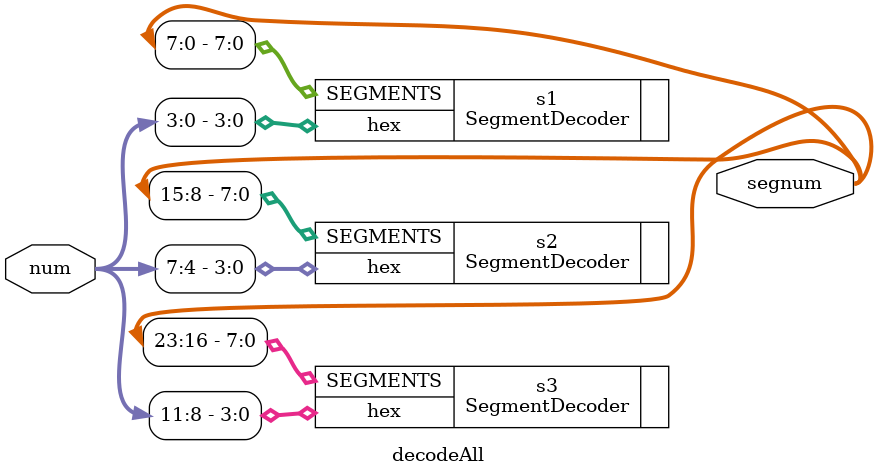
<source format=v>
`timescale 1ns / 1ps

module decodeAll(
    input [11:0] num,
    output [23:0] segnum
);

SegmentDecoder s1(.hex(num[3:0]),.SEGMENTS(segnum[7:0]));
SegmentDecoder s2(.hex(num[7:4]),.SEGMENTS(segnum[15:8]));
SegmentDecoder s3(.hex(num[11:8]),.SEGMENTS(segnum[23:16]));

endmodule
</source>
